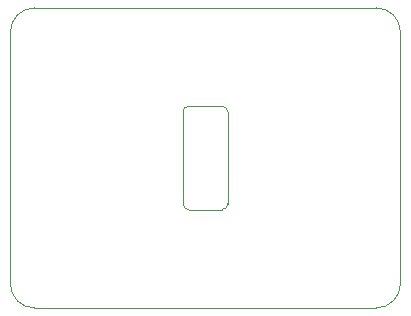
<source format=gbr>
G04 #@! TF.GenerationSoftware,KiCad,Pcbnew,7.0.10*
G04 #@! TF.CreationDate,2024-07-14T22:48:30-04:00*
G04 #@! TF.ProjectId,ARS_Igloo-v2,4152535f-4967-46c6-9f6f-2d76322e6b69,rev?*
G04 #@! TF.SameCoordinates,Original*
G04 #@! TF.FileFunction,Profile,NP*
%FSLAX46Y46*%
G04 Gerber Fmt 4.6, Leading zero omitted, Abs format (unit mm)*
G04 Created by KiCad (PCBNEW 7.0.10) date 2024-07-14 22:48:30*
%MOMM*%
%LPD*%
G01*
G04 APERTURE LIST*
G04 #@! TA.AperFunction,Profile*
%ADD10C,0.100000*%
G04 #@! TD*
G04 APERTURE END LIST*
D10*
X1397000Y-4381500D02*
G75*
G03*
X1905000Y-3873500I0J508000D01*
G01*
X16510000Y10668000D02*
X16510000Y-10668000D01*
X-14478000Y12700000D02*
X14478000Y12700000D01*
X14478000Y-12700000D02*
X-14478000Y-12700000D01*
X1397000Y-4381500D02*
X-1397000Y-4381500D01*
X-16510000Y-10668000D02*
G75*
G03*
X-14478000Y-12700000I2032000J0D01*
G01*
X-1397000Y4381500D02*
G75*
G03*
X-1905000Y3873500I1J-508001D01*
G01*
X14478000Y-12700000D02*
G75*
G03*
X16510000Y-10668000I0J2032000D01*
G01*
X-16510000Y-10668000D02*
X-16510000Y10668000D01*
X-1397000Y4381500D02*
X1397000Y4381500D01*
X-1905000Y-3873500D02*
G75*
G03*
X-1397000Y-4381500I508001J1D01*
G01*
X1905000Y3873500D02*
G75*
G03*
X1397000Y4381500I-508000J0D01*
G01*
X-1905000Y-3873500D02*
X-1905000Y3873500D01*
X16510000Y10668000D02*
G75*
G03*
X14478000Y12700000I-2032000J0D01*
G01*
X1905000Y3873500D02*
X1905000Y-3873500D01*
X-14478000Y12700000D02*
G75*
G03*
X-16510000Y10668000I0J-2032000D01*
G01*
M02*

</source>
